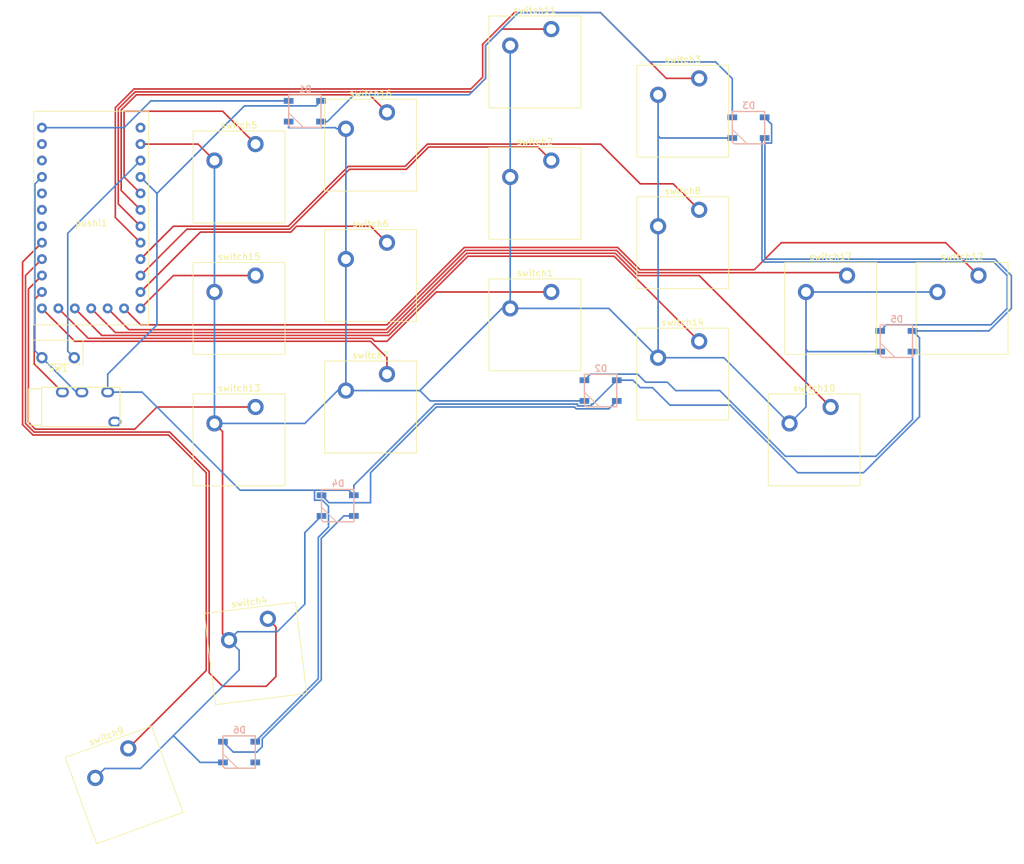
<source format=kicad_pcb>
(kicad_pcb (version 20211014) (generator pcbnew)
  (layers (0 "F.Cu" signal) (31 "B.Cu" signal) (34 "B.Paste" user) (35 "F.Paste" user) (36 "B.SilkS" user "B.Silkscreen") (37 "F.SilkS" user "F.Silkscreen") (38 "B.Mask" user) (39 "F.Mask" user) (44 "Edge.Cuts" user))
  (net 0 "")
  (net 1 "VCC")
  (net 2 "Net-(D1-Pad2)")
  (net 3 "GND")
  (net 4 "LED")
  (net 5 "Net-(D2-Pad2)")
  (net 6 "Net-(D2-Pad4)")
  (net 7 "Net-(D3-Pad2)")
  (net 8 "RESET")
  (net 10 "DATA")
  (net 12 "D1")
  (net 13 "E6")
  (net 14 "B6")
  (net 15 "B2")
  (net 16 "B3")
  (net 17 "B1")
  (net 18 "F7")
  (net 19 "F6")
  (net 20 "F5")
  (net 21 "F4")
  (net 22 "C7")
  (net 23 "F1")
  (net 24 "F0")
  (net 25 "Net-(D4-Pad2)")
  (net 28 "D5")
  (net 29 "GND1")
  (net 31 "B7")
  (net 32 "B5")
  (net 33 "D7")
  (net 35 "C5")
  (footprint "Switch_Keyboard_Cherry_MX:SW_Cherry_MX_PCB_1.00u" (layer "F.Cu") (at 200.66 86.36)
    (fp_text reference "switch17" (at 0 -8) (layer "F.SilkS"))
    (fp_text value "cherry switch")
    (pad "" np_thru_hole circle locked (at -5.08 0) (size 1.75 1.75) (drill 1.75) (layers *.Cu *.Mask))
    (pad "" np_thru_hole circle locked (at 0 0) (size 4 4) (drill 4) (layers *.Cu *.Mask))
    (pad "" np_thru_hole circle locked (at 5.08 0) (size 1.75 1.75) (drill 1.75) (layers *.Cu *.Mask))
    (pad "1" thru_hole circle locked (at -3.81 -2.54) (size 2.5 2.5) (drill 1.5) (layers *.Cu "B.Mask") (net 3 "GND"))
    (pad "2" thru_hole circle locked (at 2.54 -5.08) (size 2.5 2.5) (drill 1.5) (layers *.Cu "B.Mask") (net 23 "F1"))
  )
  (footprint "Switch_Keyboard_Cherry_MX:SW_Cherry_MX_PCB_1.00u" (layer "F.Cu") (at 154.94 68.58)
    (fp_text reference "switch2" (at 0 -8) (layer "F.SilkS"))
    (fp_text value "cherry switch")
    (pad "" np_thru_hole circle locked (at 5.08 0) (size 1.75 1.75) (drill 1.75) (layers *.Cu *.Mask))
    (pad "" np_thru_hole circle locked (at -5.08 0) (size 1.75 1.75) (drill 1.75) (layers *.Cu *.Mask))
    (pad "" np_thru_hole circle locked (at 0 0) (size 4 4) (drill 4) (layers *.Cu *.Mask))
    (pad "1" thru_hole circle locked (at -3.81 -2.54) (size 2.5 2.5) (drill 1.5) (layers *.Cu "B.Mask") (net 3 "GND"))
    (pad "2" thru_hole circle locked (at 2.54 -5.08) (size 2.5 2.5) (drill 1.5) (layers *.Cu "B.Mask") (net 16 "B3"))
  )
  (footprint "Switch_Keyboard_Cherry_MX:SW_Cherry_MX_PCB_1.00u" (layer "F.Cu") (at 177.8 96.52)
    (fp_text reference "switch14" (at 0 -8) (layer "F.SilkS"))
    (fp_text value "cherry switch")
    (pad "" np_thru_hole circle locked (at 5.08 0) (size 1.75 1.75) (drill 1.75) (layers *.Cu *.Mask))
    (pad "" np_thru_hole circle locked (at -5.08 0) (size 1.75 1.75) (drill 1.75) (layers *.Cu *.Mask))
    (pad "" np_thru_hole circle locked (at 0 0) (size 4 4) (drill 4) (layers *.Cu *.Mask))
    (pad "1" thru_hole circle locked (at -3.81 -2.54) (size 2.5 2.5) (drill 1.5) (layers *.Cu "B.Mask") (net 3 "GND"))
    (pad "2" thru_hole circle locked (at 2.54 -5.08) (size 2.5 2.5) (drill 1.5) (layers *.Cu "B.Mask") (net 28 "D5"))
  )
  (footprint "Switch_Keyboard_Cherry_MX:SW_Cherry_MX_PCB_1.00u" (layer "F.Cu") (at 198.12 106.68)
    (fp_text reference "switch10" (at 0 -8) (layer "F.SilkS"))
    (fp_text value "cherry switch")
    (pad "" np_thru_hole circle locked (at 0 0) (size 4 4) (drill 4) (layers *.Cu *.Mask))
    (pad "" np_thru_hole circle locked (at 5.08 0) (size 1.75 1.75) (drill 1.75) (layers *.Cu *.Mask))
    (pad "" np_thru_hole circle locked (at -5.08 0) (size 1.75 1.75) (drill 1.75) (layers *.Cu *.Mask))
    (pad "1" thru_hole circle locked (at -3.81 -2.54) (size 2.5 2.5) (drill 1.5) (layers *.Cu "B.Mask") (net 3 "GND"))
    (pad "2" thru_hole circle locked (at 2.54 -5.08) (size 2.5 2.5) (drill 1.5) (layers *.Cu "B.Mask") (net 22 "C7"))
  )
  (footprint "Switch_Keyboard_Cherry_MX:SW_Cherry_MX_PCB_1.00u" (layer "F.Cu") (at 129.54 101.6)
    (fp_text reference "switch7" (at 0 -8) (layer "F.SilkS"))
    (fp_text value "cherry switch")
    (pad "" np_thru_hole circle locked (at 0 0) (size 4 4) (drill 4) (layers *.Cu *.Mask))
    (pad "" np_thru_hole circle locked (at -5.08 0) (size 1.75 1.75) (drill 1.75) (layers *.Cu *.Mask))
    (pad "" np_thru_hole circle locked (at 5.08 0) (size 1.75 1.75) (drill 1.75) (layers *.Cu *.Mask))
    (pad "1" thru_hole circle locked (at -3.81 -2.54) (size 2.5 2.5) (drill 1.5) (layers *.Cu "B.Mask") (net 3 "GND"))
    (pad "2" thru_hole circle locked (at 2.54 -5.08) (size 2.5 2.5) (drill 1.5) (layers *.Cu "B.Mask") (net 32 "B5"))
  )
  (footprint "Switch_Keyboard_Cherry_MX:SW_Cherry_MX_PCB_1.00u" (layer "F.Cu") (at 154.94 48.26)
    (fp_text reference "switch11" (at 0 -8) (layer "F.SilkS"))
    (fp_text value "cherry switch")
    (pad "" np_thru_hole circle locked (at 0 0) (size 4 4) (drill 4) (layers *.Cu *.Mask))
    (pad "" np_thru_hole circle locked (at 5.08 0) (size 1.75 1.75) (drill 1.75) (layers *.Cu *.Mask))
    (pad "" np_thru_hole circle locked (at -5.08 0) (size 1.75 1.75) (drill 1.75) (layers *.Cu *.Mask))
    (pad "1" thru_hole circle locked (at -3.81 -2.54) (size 2.5 2.5) (drill 1.5) (layers *.Cu "B.Mask") (net 3 "GND"))
    (pad "2" thru_hole circle locked (at 2.54 -5.08) (size 2.5 2.5) (drill 1.5) (layers *.Cu "B.Mask") (net 19 "F6"))
  )
  (footprint "Keebio-Parts:TRRS-PJ-320A" (layer "F.Cu") (at 78.7075 101.6 90)
    (fp_text reference "J1")
    (fp_text value "AudioJack4")
    (pad "" np_thru_hole circle locked (at 0 1.6 90) (size 0.8 0.8) (drill 0.8) (layers *.Cu *.Mask))
    (pad "" np_thru_hole circle locked (at 0 8.6 90) (size 0.8 0.8) (drill 0.8) (layers *.Cu *.Mask))
    (pad "1" thru_hole oval locked (at -2.3 11.3 90) (size 1.6 2) (drill oval 0.9 1.3) (layers *.Cu *.Mask))
    (pad "2" thru_hole oval locked (at 2.3 10.2 90) (size 1.6 2) (drill oval 0.9 1.3) (layers *.Cu *.Mask) (net 1 "VCC"))
    (pad "3" thru_hole oval locked (at 2.3 6.2 90) (size 1.6 2) (drill oval 0.9 1.3) (layers *.Cu *.Mask) (net 29 "GND1"))
    (pad "4" thru_hole oval locked (at 2.3 3.2 90) (size 1.6 2) (drill oval 0.9 1.3) (layers *.Cu *.Mask) (net 10 "DATA"))
  )
  (footprint "Switch_Keyboard_Cherry_MX:SW_Cherry_MX_PCB_1.00u" (layer "F.Cu") (at 177.8 55.88)
    (fp_text reference "switch3" (at 0 -8) (layer "F.SilkS"))
    (fp_text value "cherry switch")
    (pad "" np_thru_hole circle locked (at -5.08 0) (size 1.75 1.75) (drill 1.75) (layers *.Cu *.Mask))
    (pad "" np_thru_hole circle locked (at 5.08 0) (size 1.75 1.75) (drill 1.75) (layers *.Cu *.Mask))
    (pad "" np_thru_hole circle locked (at 0 0) (size 4 4) (drill 4) (layers *.Cu *.Mask))
    (pad "1" thru_hole circle locked (at -3.81 -2.54) (size 2.5 2.5) (drill 1.5) (layers *.Cu "B.Mask") (net 3 "GND"))
    (pad "2" thru_hole circle locked (at 2.54 -5.08) (size 2.5 2.5) (drill 1.5) (layers *.Cu "B.Mask") (net 18 "F7"))
  )
  (footprint "Switch_Keyboard_Cherry_MX:SW_Cherry_MX_PCB_1.00u" (layer "F.Cu") (at 154.94 88.9)
    (fp_text reference "switch1" (at 0 -8) (layer "F.SilkS"))
    (fp_text value "cherry switch")
    (pad "" np_thru_hole circle locked (at -5.08 0) (size 1.75 1.75) (drill 1.75) (layers *.Cu *.Mask))
    (pad "" np_thru_hole circle locked (at 5.08 0) (size 1.75 1.75) (drill 1.75) (layers *.Cu *.Mask))
    (pad "" np_thru_hole circle locked (at 0 0) (size 4 4) (drill 4) (layers *.Cu *.Mask))
    (pad "1" thru_hole circle locked (at -3.81 -2.54) (size 2.5 2.5) (drill 1.5) (layers *.Cu "B.Mask") (net 3 "GND"))
    (pad "2" thru_hole circle locked (at 2.54 -5.08) (size 2.5 2.5) (drill 1.5) (layers *.Cu "B.Mask") (net 31 "B7"))
  )
  (footprint "Switch_Keyboard_Cherry_MX:SW_Cherry_MX_PCB_1.00u" (layer "F.Cu") (at 109.22 86.36)
    (fp_text reference "switch15" (at 0 -8) (layer "F.SilkS"))
    (fp_text value "cherry switch")
    (pad "" np_thru_hole circle locked (at -5.08 0) (size 1.75 1.75) (drill 1.75) (layers *.Cu *.Mask))
    (pad "" np_thru_hole circle locked (at 0 0) (size 4 4) (drill 4) (layers *.Cu *.Mask))
    (pad "" np_thru_hole circle locked (at 5.08 0) (size 1.75 1.75) (drill 1.75) (layers *.Cu *.Mask))
    (pad "1" thru_hole circle locked (at -3.81 -2.54) (size 2.5 2.5) (drill 1.5) (layers *.Cu "B.Mask") (net 3 "GND"))
    (pad "2" thru_hole circle locked (at 2.54 -5.08) (size 2.5 2.5) (drill 1.5) (layers *.Cu "B.Mask") (net 14 "B6"))
  )
  (footprint "Switch_Keyboard_Cherry_MX:SW_Cherry_MX_PCB_1.00u" (layer "F.Cu") (at 177.8 76.2)
    (fp_text reference "switch8" (at 0 -8) (layer "F.SilkS"))
    (fp_text value "cherry switch")
    (pad "" np_thru_hole circle locked (at 5.08 0) (size 1.75 1.75) (drill 1.75) (layers *.Cu *.Mask))
    (pad "" np_thru_hole circle locked (at -5.08 0) (size 1.75 1.75) (drill 1.75) (layers *.Cu *.Mask))
    (pad "" np_thru_hole circle locked (at 0 0) (size 4 4) (drill 4) (layers *.Cu *.Mask))
    (pad "1" thru_hole circle locked (at -3.81 -2.54) (size 2.5 2.5) (drill 1.5) (layers *.Cu "B.Mask") (net 3 "GND"))
    (pad "2" thru_hole circle locked (at 2.54 -5.08) (size 2.5 2.5) (drill 1.5) (layers *.Cu "B.Mask") (net 17 "B1"))
  )
  (footprint "Switch_Keyboard_Cherry_MX:SW_Cherry_MX_PCB_1.00u" (layer "F.Cu") (at 109.22 66.04)
    (fp_text reference "switch5" (at 0 -8) (layer "F.SilkS"))
    (fp_text value "cherry switch")
    (pad "" np_thru_hole circle locked (at 0 0) (size 4 4) (drill 4) (layers *.Cu *.Mask))
    (pad "" np_thru_hole circle locked (at 5.08 0) (size 1.75 1.75) (drill 1.75) (layers *.Cu *.Mask))
    (pad "" np_thru_hole circle locked (at -5.08 0) (size 1.75 1.75) (drill 1.75) (layers *.Cu *.Mask))
    (pad "1" thru_hole circle locked (at -3.81 -2.54) (size 2.5 2.5) (drill 1.5) (layers *.Cu "B.Mask") (net 3 "GND"))
    (pad "2" thru_hole circle locked (at 2.54 -5.08) (size 2.5 2.5) (drill 1.5) (layers *.Cu "B.Mask") (net 21 "F4"))
  )
  (footprint "Keebio-Parts:SW_Tactile_SPST_Angled_MJTP1117-no-mount" (layer "F.Cu") (at 78.74 93.98)
    (fp_text reference "SW1" (at 2.5 1.68) (layer "F.SilkS"))
    (fp_text value "SW_Push")
    (pad "" np_thru_hole circle locked (at 2.5 -1.21) (size 1.2 1.2) (drill 1.2) (layers *.Cu *.Mask))
    (pad "1" thru_hole circle locked (at 0 0) (size 1.75 1.75) (drill 0.99) (layers *.Cu *.Mask) (net 29 "GND1"))
    (pad "2" thru_hole circle locked (at 5 0) (size 1.75 1.75) (drill 0.99) (layers *.Cu *.Mask) (net 8 "RESET"))
  )
  (footprint "Switch_Keyboard_Cherry_MX:SW_Cherry_MX_PCB_1.00u" (layer "F.Cu") (at 220.98 86.36)
    (fp_text reference "switch12" (at 0 -8) (layer "F.SilkS"))
    (fp_text value "cherry switch")
    (pad "" np_thru_hole circle locked (at 0 0) (size 4 4) (drill 4) (layers *.Cu *.Mask))
    (pad "" np_thru_hole circle locked (at -5.08 0) (size 1.75 1.75) (drill 1.75) (layers *.Cu *.Mask))
    (pad "" np_thru_hole circle locked (at 5.08 0) (size 1.75 1.75) (drill 1.75) (layers *.Cu *.Mask))
    (pad "1" thru_hole circle locked (at -3.81 -2.54) (size 2.5 2.5) (drill 1.5) (layers *.Cu "B.Mask") (net 3 "GND"))
    (pad "2" thru_hole circle locked (at 2.54 -5.08) (size 2.5 2.5) (drill 1.5) (layers *.Cu "B.Mask") (net 24 "F0"))
  )
  (footprint "Switch_Keyboard_Cherry_MX:SW_Cherry_MX_PCB_1.00u" (layer "F.Cu") (at 129.54 61.13)
    (fp_text reference "switch16" (at 0 -8) (layer "F.SilkS"))
    (fp_text value "cherry switch")
    (pad "" np_thru_hole circle locked (at 0 0) (size 4 4) (drill 4) (layers *.Cu *.Mask))
    (pad "" np_thru_hole circle locked (at -5.08 0) (size 1.75 1.75) (drill 1.75) (layers *.Cu *.Mask))
    (pad "" np_thru_hole circle locked (at 5.08 0) (size 1.75 1.75) (drill 1.75) (layers *.Cu *.Mask))
    (pad "1" thru_hole circle locked (at -3.81 -2.54) (size 2.5 2.5) (drill 1.5) (layers *.Cu "B.Mask") (net 3 "GND"))
    (pad "2" thru_hole circle locked (at 2.54 -5.08) (size 2.5 2.5) (drill 1.5) (layers *.Cu "B.Mask") (net 20 "F5"))
  )
  (footprint "Switch_Keyboard_Cherry_MX:SW_Cherry_MX_PCB_1.00u" (layer "F.Cu") (at 129.54 81.28)
    (fp_text reference "switch6" (at 0 -8) (layer "F.SilkS"))
    (fp_text value "cherry switch")
    (pad "" np_thru_hole circle locked (at 0 0) (size 4 4) (drill 4) (layers *.Cu *.Mask))
    (pad "" np_thru_hole circle locked (at 5.08 0) (size 1.75 1.75) (drill 1.75) (layers *.Cu *.Mask))
    (pad "" np_thru_hole circle locked (at -5.08 0) (size 1.75 1.75) (drill 1.75) (layers *.Cu *.Mask))
    (pad "1" thru_hole circle locked (at -3.81 -2.54) (size 2.5 2.5) (drill 1.5) (layers *.Cu "B.Mask") (net 3 "GND"))
    (pad "2" thru_hole circle locked (at 2.54 -5.08) (size 2.5 2.5) (drill 1.5) (layers *.Cu "B.Mask") (net 15 "B2"))
  )
  (footprint "yeti:pushi-c" (layer "F.Cu") (at 86.36 73.66)
    (fp_text reference "pushi1" (at 0 -0.5 unlocked) (layer "F.SilkS"))
    (fp_text value "pushi-c")
    (pad "1" thru_hole circle (at 7.62 -15.24) (size 1.524 1.524) (drill 0.762) (layers *.Cu *.Mask))
    (pad "2" thru_hole circle (at 7.62 -12.7) (size 1.524 1.524) (drill 0.762) (layers *.Cu *.Mask) (net 3 "GND"))
    (pad "3" thru_hole circle (at 7.62 -10.16) (size 1.524 1.524) (drill 0.762) (layers *.Cu *.Mask) (net 8 "RESET"))
    (pad "4" thru_hole circle (at 7.62 -7.62) (size 1.524 1.524) (drill 0.762) (layers *.Cu *.Mask) (net 1 "VCC"))
    (pad "5" thru_hole circle (at 7.62 -5.08) (size 1.524 1.524) (drill 0.762) (layers *.Cu *.Mask) (net 21 "F4"))
    (pad "6" thru_hole circle (at 7.62 -2.54) (size 1.524 1.524) (drill 0.762) (layers *.Cu *.Mask) (net 20 "F5"))
    (pad "7" thru_hole circle (at 7.62 0) (size 1.524 1.524) (drill 0.762) (layers *.Cu *.Mask) (net 19 "F6"))
    (pad "8" thru_hole circle (at 7.62 2.54) (size 1.524 1.524) (drill 0.762) (layers *.Cu *.Mask) (net 18 "F7"))
    (pad "9" thru_hole circle (at 7.62 5.08) (size 1.524 1.524) (drill 0.762) (layers *.Cu *.Mask) (net 17 "B1"))
    (pad "10" thru_hole circle (at 7.62 7.62) (size 1.524 1.524) (drill 0.762) (layers *.Cu *.Mask) (net 16 "B3"))
    (pad "11" thru_hole circle (at 7.62 10.16) (size 1.524 1.524) (drill 0.762) (layers *.Cu *.Mask) (net 15 "B2"))
    (pad "12" thru_hole circle (at 7.62 12.7) (size 1.524 1.524) (drill 0.762) (layers *.Cu *.Mask) (net 14 "B6"))
    (pad "13" thru_hole circle (at 5.08 12.7) (size 1.524 1.524) (drill 0.762) (layers *.Cu *.Mask) (net 24 "F0"))
    (pad "14" thru_hole circle (at 2.54 12.7) (size 1.524 1.524) (drill 0.762) (layers *.Cu *.Mask) (net 23 "F1"))
    (pad "15" thru_hole circle (at 0 12.7) (size 1.524 1.524) (drill 0.762) (layers *.Cu *.Mask) (net 22 "C7"))
    (pad "16" thru_hole circle (at -2.54 12.7) (size 1.524 1.524) (drill 0.762) (layers *.Cu *.Mask) (net 28 "D5"))
    (pad "17" thru_hole circle (at -5.08 12.7) (size 1.524 1.524) (drill 0.762) (layers *.Cu *.Mask) (net 31 "B7"))
    (pad "18" thru_hole circle (at -7.62 12.7) (size 1.524 1.524) (drill 0.762) (layers *.Cu *.Mask) (net 32 "B5"))
    (pad "19" thru_hole circle (at -7.62 10.16) (size 1.524 1.524) (drill 0.762) (layers *.Cu *.Mask) (net 10 "DATA"))
    (pad "20" thru_hole circle (at -7.62 7.62) (size 1.524 1.524) (drill 0.762) (layers *.Cu *.Mask) (net 13 "E6"))
    (pad "21" thru_hole circle (at -7.62 5.08) (size 1.524 1.524) (drill 0.762) (layers *.Cu *.Mask) (net 33 "D7"))
    (pad "22" thru_hole circle (at -7.62 2.54) (size 1.524 1.524) (drill 0.762) (layers *.Cu *.Mask) (net 35 "C5"))
    (pad "23" thru_hole circle (at -7.62 0) (size 1.524 1.524) (drill 0.762) (layers *.Cu *.Mask))
    (pad "24" thru_hole circle (at -7.62 -2.54) (size 1.524 1.524) (drill 0.762) (layers *.Cu *.Mask))
    (pad "25" thru_hole circle (at -7.62 -5.08) (size 1.524 1.524) (drill 0.762) (layers *.Cu *.Mask) (net 12 "D1"))
    (pad "26" thru_hole circle (at -7.62 -7.62) (size 1.524 1.524) (drill 0.762) (layers *.Cu *.Mask) (net 29 "GND1"))
    (pad "27" thru_hole circle (at -7.62 -10.16) (size 1.524 1.524) (drill 0.762) (layers *.Cu *.Mask))
    (pad "28" thru_hole circle (at -7.62 -12.7) (size 1.524 1.524) (drill 0.762) (layers *.Cu *.Mask))
    (pad "29" thru_hole circle (at -7.62 -15.24) (size 1.524 1.524) (drill 0.762) (layers *.Cu *.Mask) (net 4 "LED"))
  )
  (footprint "Switch_Keyboard_Cherry_MX:SW_Cherry_MX_PCB_1.00u" (layer "F.Cu") (at 91.44 160.02 20)
    (fp_text reference "switch9" (at 0 -8 20) (layer "F.SilkS"))
    (fp_text value "cherry switch")
    (pad "" np_thru_hole circle locked (at 0 0 20) (size 4 4) (drill 4) (layers *.Cu *.Mask))
    (pad "" np_thru_hole circle locked (at -5.08 0 20) (size 1.75 1.75) (drill 1.75) (layers *.Cu *.Mask))
    (pad "" np_thru_hole circle locked (at 5.08 0 20) (size 1.75 1.75) (drill 1.75) (layers *.Cu *.Mask))
    (pad "1" thru_hole circle locked (at -3.81 -2.54 20) (size 2.5 2.5) (drill 1.5) (layers *.Cu "B.Mask") (net 3 "GND"))
    (pad "2" thru_hole circle locked (at 2.54 -5.08 20) (size 2.5 2.5) (drill 1.5) (layers *.Cu "B.Mask") (net 35 "C5"))
  )
  (footprint "Switch_Keyboard_Cherry_MX:SW_Cherry_MX_PCB_1.00u" (layer "F.Cu") (at 111.76 139.7 7)
    (fp_text reference "switch4" (at 0 -8 7) (layer "F.SilkS"))
    (fp_text value "cherry switch")
    (pad "" np_thru_hole circle locked (at 0 0 7) (size 4 4) (drill 4) (layers *.Cu *.Mask))
    (pad "" np_thru_hole circle locked (at 5.08 0 7) (size 1.75 1.75) (drill 1.75) (layers *.Cu *.Mask))
    (pad "" np_thru_hole circle locked (at -5.08 0 7) (size 1.75 1.75) (drill 1.75) (layers *.Cu *.Mask))
    (pad "1" thru_hole circle locked (at -3.81 -2.54 7) (size 2.5 2.5) (drill 1.5) (layers *.Cu "B.Mask") (net 3 "GND"))
    (pad "2" thru_hole circle locked (at 2.54 -5.08 7) (size 2.5 2.5) (drill 1.5) (layers *.Cu "B.Mask") (net 33 "D7"))
  )
  (footprint "Switch_Keyboard_Cherry_MX:SW_Cherry_MX_PCB_1.00u" (layer "F.Cu") (at 109.22 106.68)
    (fp_text reference "switch13" (at 0 -8) (layer "F.SilkS"))
    (fp_text value "cherry switch")
    (pad "" np_thru_hole circle locked (at -5.08 0) (size 1.75 1.75) (drill 1.75) (layers *.Cu *.Mask))
    (pad "" np_thru_hole circle locked (at 0 0) (size 4 4) (drill 4) (layers *.Cu *.Mask))
    (pad "" np_thru_hole circle locked (at 5.08 0) (size 1.75 1.75) (drill 1.75) (layers *.Cu *.Mask))
    (pad "1" thru_hole circle locked (at -3.81 -2.54) (size 2.5 2.5) (drill 1.5) (layers *.Cu "B.Mask") (net 3 "GND"))
    (pad "2" thru_hole circle locked (at 2.54 -5.08) (size 2.5 2.5) (drill 1.5) (layers *.Cu "B.Mask") (net 13 "E6"))
  )
  (footprint "Keebio-Parts:WS2812B" (layer "B.Cu") (at 187.96 58.42 180)
    (fp_text reference "D3" (at -0.06 3.41) (layer "B.SilkS") (effects (font (thickness 0.2)) (justify mirror)))
    (fp_text value "WS2812B" hide)
    (pad "1" smd rect locked (at -2.49936 1.6002 90) (size 0.89916 1.50114) (layers "B.Cu" "B.Paste" "B.Mask") (net 1 "VCC"))
    (pad "2" smd rect locked (at -2.49936 -1.6002 90) (size 0.89916 1.50114) (layers "B.Cu" "B.Paste" "B.Mask") (net 7 "Net-(D3-Pad2)"))
    (pad "3" smd rect locked (at 2.49936 -1.6002 90) (size 0.89916 1.50114) (layers "B.Cu" "B.Paste" "B.Mask") (net 3 "GND"))
    (pad "4" smd rect locked (at 2.49936 1.6002 90) (size 0.89916 1.50114) (layers "B.Cu" "B.Paste" "B.Mask") (net 2 "Net-(D1-Pad2)"))
  )
  (footprint "Keebio-Parts:WS2812B" (layer "B.Cu") (at 124.46 116.84 180)
    (fp_text reference "D4" (at -0.06 3.41) (layer "B.SilkS") (effects (font (thickness 0.2)) (justify mirror)))
    (fp_text value "WS2812B" hide)
    (pad "1" smd rect locked (at -2.49936 1.6002 90) (size 0.89916 1.50114) (layers "B.Cu" "B.Paste" "B.Mask") (net 1 "VCC"))
    (pad "2" smd rect locked (at -2.49936 -1.6002 90) (size 0.89916 1.50114) (layers "B.Cu" "B.Paste" "B.Mask") (net 25 "Net-(D4-Pad2)"))
    (pad "3" smd rect locked (at 2.49936 -1.6002 90) (size 0.89916 1.50114) (layers "B.Cu" "B.Paste" "B.Mask") (net 3 "GND"))
    (pad "4" smd rect locked (at 2.49936 1.6002 90) (size 0.89916 1.50114) (layers "B.Cu" "B.Paste" "B.Mask") (net 5 "Net-(D2-Pad2)"))
  )
  (footprint "Keebio-Parts:WS2812B" (layer "B.Cu") (at 165.1 99.06 180)
    (fp_text reference "D2" (at -0.06 3.41) (layer "B.SilkS") (effects (font (thickness 0.2)) (justify mirror)))
    (fp_text value "WS2812B" hide)
    (pad "1" smd rect locked (at -2.49936 1.6002 90) (size 0.89916 1.50114) (layers "B.Cu" "B.Paste" "B.Mask") (net 1 "VCC"))
    (pad "2" smd rect locked (at -2.49936 -1.6002 90) (size 0.89916 1.50114) (layers "B.Cu" "B.Paste" "B.Mask") (net 5 "Net-(D2-Pad2)"))
    (pad "3" smd rect locked (at 2.49936 -1.6002 90) (size 0.89916 1.50114) (layers "B.Cu" "B.Paste" "B.Mask") (net 3 "GND"))
    (pad "4" smd rect locked (at 2.49936 1.6002 90) (size 0.89916 1.50114) (layers "B.Cu" "B.Paste" "B.Mask") (net 6 "Net-(D2-Pad4)"))
  )
  (footprint "Keebio-Parts:WS2812B" (layer "B.Cu") (at 119.38 55.88 180)
    (fp_text reference "D1" (at -0.06 3.41) (layer "B.SilkS") (effects (font (thickness 0.2)) (justify mirror)))
    (fp_text value "WS2812B" hide)
    (pad "1" smd rect locked (at -2.49936 1.6002 90) (size 0.89916 1.50114) (layers "B.Cu" "B.Paste" "B.Mask") (net 1 "VCC"))
    (pad "2" smd rect locked (at -2.49936 -1.6002 90) (size 0.89916 1.50114) (layers "B.Cu" "B.Paste" "B.Mask") (net 2 "Net-(D1-Pad2)"))
    (pad "3" smd rect locked (at 2.49936 -1.6002 90) (size 0.89916 1.50114) (layers "B.Cu" "B.Paste" "B.Mask") (net 3 "GND"))
    (pad "4" smd rect locked (at 2.49936 1.6002 90) (size 0.89916 1.50114) (layers "B.Cu" "B.Paste" "B.Mask") (net 4 "LED"))
  )
  (footprint "Keebio-Parts:WS2812B" (layer "B.Cu") (at 210.82 91.44 180)
    (fp_text reference "D5" (at -0.06 3.41) (layer "B.SilkS") (effects (font (thickness 0.2)) (justify mirror)))
    (fp_text value "WS2812B" hide)
    (pad "1" smd rect locked (at -2.49936 1.6002 90) (size 0.89916 1.50114) (layers "B.Cu" "B.Paste" "B.Mask") (net 1 "VCC"))
    (pad "2" smd rect locked (at -2.49936 -1.6002 90) (size 0.89916 1.50114) (layers "B.Cu" "B.Paste" "B.Mask") (net 6 "Net-(D2-Pad4)"))
    (pad "3" smd rect locked (at 2.49936 -1.6002 90) (size 0.89916 1.50114) (layers "B.Cu" "B.Paste" "B.Mask") (net 3 "GND"))
    (pad "4" smd rect locked (at 2.49936 1.6002 90) (size 0.89916 1.50114) (layers "B.Cu" "B.Paste" "B.Mask") (net 7 "Net-(D3-Pad2)"))
  )
  (footprint "Keebio-Parts:WS2812B" (layer "B.Cu") (at 109.22 154.94 180)
    (fp_text reference "D6" (at -0.06 3.41) (layer "B.SilkS") (effects (font (thickness 0.2)) (justify mirror)))
    (fp_text value "WS2812B" hide)
    (pad "1" smd rect locked (at -2.49936 1.6002 90) (size 0.89916 1.50114) (layers "B.Cu" "B.Paste" "B.Mask") (net 1 "VCC"))
    (pad "2" smd rect locked (at -2.49936 -1.6002 90) (size 0.89916 1.50114) (layers "B.Cu" "B.Paste" "B.Mask"))
    (pad "3" smd rect locked (at 2.49936 -1.6002 90) (size 0.89916 1.50114) (layers "B.Cu" "B.Paste" "B.Mask") (net 3 "GND"))
    (pad "4" smd rect locked (at 2.49936 1.6002 90) (size 0.89916 1.50114) (layers "B.Cu" "B.Paste" "B.Mask") (net 25 "Net-(D4-Pad2)"))
  )
  (segment (start 126.95936 115.2398) (end 126.18478 114.46522) (width 0.25) (layer "B.Cu") (net 1))
  (segment (start 120.88507 116.01438) (end 122.098824 116.01438) (width 0.25) (layer "B.Cu") (net 1))
  (segment (start 96.52 68.58) (end 110.04562 55.05438) (width 0.25) (layer "B.Cu") (net 1))
  (segment (start 225.1202 89.8398) (end 228.6 86.36) (width 0.25) (layer "B.Cu") (net 1))
  (segment (start 170.108976 97.4598) (end 171.254789 98.605613) (width 0.25) (layer "B.Cu") (net 1))
  (segment (start 228.6 86.36) (end 228.6 81.28) (width 0.25) (layer "B.Cu") (net 1))
  (segment (start 214.39493 103.10507) (end 214.39493 90.91537) (width 0.25) (layer "B.Cu") (net 1))
  (segment (start 139.513811 101.150499) (end 161.52507 101.150499) (width 0.25) (layer "B.Cu") (net 1))
  (segment (start 167.59936 97.4598) (end 170.108976 97.4598) (width 0.25) (layer "B.Cu") (net 1))
  (segment (start 96.52 68.58) (end 96.52 88.9) (width 0.25) (layer "B.Cu") (net 1))
  (segment (start 123.03621 116.951766) (end 123.03621 120.1681) (width 0.25) (layer "B.Cu") (net 1))
  (segment (start 213.31936 89.8398) (end 225.1202 89.8398) (width 0.25) (layer "B.Cu") (net 1))
  (segment (start 163.67621 101.150499) (end 163.908661 101.150499) (width 0.25) (layer "B.Cu") (net 1))
  (segment (start 175.817586 101.312016) (end 185.132016 101.312016) (width 0.25) (layer "B.Cu") (net 1))
  (segment (start 121.470499 143.588661) (end 111.71936 153.3398) (width 0.25) (layer "B.Cu") (net 1))
  (segment (start 195.58 111.76) (end 205.74 111.76) (width 0.25) (layer "B.Cu") (net 1))
  (segment (start 121.470499 121.733811) (end 121.470499 143.588661) (width 0.25) (layer "B.Cu") (net 1))
  (segment (start 123.03621 120.1681) (end 121.470499 121.733811) (width 0.25) (layer "B.Cu") (net 1))
  (segment (start 173.111183 98.605613) (end 175.817586 101.312016) (width 0.25) (layer "B.Cu") (net 1))
  (segment (start 191.53493 57.89537) (end 190.45936 56.8198) (width 0.25) (layer "B.Cu") (net 1))
  (segment (start 88.9075 99.3) (end 94.22 99.3) (width 0.25) (layer "B.Cu") (net 1))
  (segment (start 121.10478 55.05438) (end 121.87936 54.2798) (width 0.25) (layer "B.Cu") (net 1))
  (segment (start 122.098824 116.01438) (end 123.03621 116.951766) (width 0.25) (layer "B.Cu") (net 1))
  (segment (start 185.132016 101.312016) (end 195.58 111.76) (width 0.25) (layer "B.Cu") (net 1))
  (segment (start 163.908661 101.150499) (end 167.59936 97.4598) (width 0.25) (layer "B.Cu") (net 1))
  (segment (start 190.5 60.79478) (end 191.53493 60.79478) (width 0.25) (layer "B.Cu") (net 1))
  (segment (start 161.52507 101.150499) (end 161.52507 101.43478) (width 0.25) (layer "B.Cu") (net 1))
  (segment (start 94.22 99.3) (end 109.38522 114.46522) (width 0.25) (layer "B.Cu") (net 1))
  (segment (start 190.5 78.74) (end 190.5 60.79478) (width 0.25) (layer "B.Cu") (net 1))
  (segment (start 93.98 66.04) (end 96.52 68.58) (width 0.25) (layer "B.Cu") (net 1))
  (segment (start 88.9075 96.5125) (end 88.9075 99.3) (width 0.25) (layer "B.Cu") (net 1))
  (segment (start 191.53493 60.79478) (end 191.53493 57.89537) (width 0.25) (layer "B.Cu") (net 1))
  (segment (start 161.52507 101.43478) (end 163.67621 101.43478) (width 0.25) (layer "B.Cu") (net 1))
  (segment (start 205.74 111.76) (end 214.39493 103.10507) (width 0.25) (layer "B.Cu") (net 1))
  (segment (start 126.18478 114.46522) (end 120.88507 114.46522) (width 0.25) (layer "B.Cu") (net 1))
  (segment (start 126.95936 113.70495) (end 139.513811 101.150499) (width 0.25) (layer "B.Cu") (net 1))
  (segment (start 126.95936 115.2398) (end 126.95936 113.70495) (width 0.25) (layer "B.Cu") (net 1))
  (segment (start 214.39493 90.91537) (end 213.31936 89.8398) (width 0.25) (layer "B.Cu") (net 1))
  (segment (start 226.06 78.74) (end 190.5 78.74) (width 0.25) (layer "B.Cu") (net 1))
  (segment (start 228.6 81.28) (end 226.06 78.74) (width 0.25) (layer "B.Cu") (net 1))
  (segment (start 171.254789 98.605613) (end 173.111183 98.605613) (width 0.25) (layer "B.Cu") (net 1))
  (segment (start 120.88507 114.46522) (end 120.88507 116.01438) (width 0.25) (layer "B.Cu") (net 1))
  (segment (start 109.38522 114.46522) (end 120.88507 114.46522) (width 0.25) (layer "B.Cu") (net 1))
  (segment (start 96.52 88.9) (end 88.9075 96.5125) (width 0.25) (layer "B.Cu") (net 1))
  (segment (start 163.67621 101.43478) (end 163.67621 101.150499) (width 0.25) (layer "B.Cu") (net 1))
  (segment (start 110.04562 55.05438) (end 121.10478 55.05438) (width 0.25) (layer "B.Cu") (net 1))
  (segment (start 127 53.34) (end 144.78 53.34) (width 0.25) (layer "B.Cu") (net 2))
  (segment (start 144.78 53.34) (end 147.32 50.8) (width 0.25) (layer "B.Cu") (net 2))
  (segment (start 165.1 40.64) (end 172.72 48.26) (width 0.25) (layer "B.Cu") (net 2))
  (segment (start 172.72 48.26) (end 182.88 48.26) (width 0.25) (layer "B.Cu") (net 2))
  (segment (start 182.88 48.26) (end 185.46064 50.84064) (width 0.25) (layer "B.Cu") (net 2))
  (segment (start 185.46064 50.84064) (end 185.46064 56.8198) (width 0.25) (layer "B.Cu") (net 2))
  (segment (start 121.87936 57.4802) (end 122.8598 57.4802) (width 0.25) (layer "B.Cu") (net 2))
  (segment (start 147.32 50.8) (end 147.32 45.72) (width 0.25) (layer "B.Cu") (net 2))
  (segment (start 122.8598 57.4802) (end 127 53.34) (width 0.25) (layer "B.Cu") (net 2))
  (segment (start 147.32 45.72) (end 152.4 40.64) (width 0.25) (layer "B.Cu") (net 2))
  (segment (start 152.4 40.64) (end 165.1 40.64) (width 0.25) (layer "B.Cu") (net 2))
  (segment (start 124.46 99.06) (end 125.73 99.06) (width 0.25) (layer "F.Cu") (net 3))
  (segment (start 102.87 60.96) (end 105.41 63.5) (width 0.25) (layer "F.Cu") (net 3))
  (segment (start 93.98 60.96) (end 102.87 60.96) (width 0.25) (layer "F.Cu") (net 3))
  (segment (start 105.41 104.14) (end 106.659999 105.389999) (width 0.25) (layer "F.Cu") (net 3))
  (segment (start 106.659999 105.389999) (end 106.659999 136.634403) (width 0.25) (layer "F.Cu") (net 3))
  (segment (start 107.668851 137.643255) (end 108.152106 137.16) (width 0.25) (layer "F.Cu") (net 3))
  (segment (start 106.659999 136.634403) (end 107.668851 137.643255) (width 0.25) (layer "F.Cu") (net 3))
  (segment (start 197.1802 93.0402) (end 208.32064 93.0402) (width 0.25) (layer "B.Cu") (net 3))
  (segment (start 124.29 58.59) (end 125.73 58.59) (width 0.25) (layer "B.Cu") (net 3))
  (segment (start 174.3202 60.0202) (end 173.99 59.69) (width 0.25) (layer "B.Cu") (net 3))
  (segment (start 116.88064 58.37936) (end 116.84 58.42) (width 0.25) (layer "B.Cu") (net 3))
  (segment (start 196.85 92.71) (end 196.85 83.82) (width 0.25) (layer "B.Cu") (net 3))
  (segment (start 151.13 66.04) (end 151.13 86.36) (width 0.25) (layer "B.Cu") (net 3))
  (segment (start 137.16 99.06) (end 147.32 88.9) (width 0.25) (layer "B.Cu") (net 3))
  (segment (start 105.41 63.5) (end 105.41 83.82) (width 0.25) (layer "B.Cu") (net 3))
  (segment (start 125.73 99.06) (end 137.16 99.06) (width 0.25) (layer "B.Cu") (net 3))
  (segment (start 151.13 86.36) (end 166.37 86.36) (width 0.25) (layer "B.Cu") (net 3))
  (segment (start 196.85 83.82) (end 217.17 83.82) (width 0.25) (layer "B.Cu") (net 3))
  (segment (start 173.99 93.98) (end 173.99 73.66) (width 0.25) (layer "B.Cu") (net 3))
  (segment (start 162.60064 100.6602) (end 138.7602 100.6602) (width 0.25) (layer "B.Cu") (net 3))
  (segment (start 196.85 101.6) (end 196.85 92.71) (width 0.25) (layer "B.Cu") (net 3))
  (segment (start 124.12 58.42) (end 124.29 58.59) (width 0.25) (layer "B.Cu") (net 3))
  (segment (start 116.88064 58.42) (end 124.12 58.42) (width 0.25) (layer "B.Cu") (net 3))
  (segment (start 93.98 157.48) (end 99.06 152.4) (width 0.25) (layer "B.Cu") (net 3))
  (segment (start 149.86 86.36) (end 151.13 86.36) (width 0.25) (layer "B.Cu") (net 3))
  (segment (start 119.38 121.02084) (end 121.96064 118.4402) (width 0.25) (layer "B.Cu") (net 3))
  (segment (start 109.22 142.24) (end 109.22 139.194404) (width 0.25) (layer "B.Cu") (net 3))
  (segment (start 138.7602 100.6602) (end 137.16 99.06) (width 0.25) (layer "B.Cu") (net 3))
  (segment (start 119.38 104.14) (end 124.46 99.06) (width 0.25) (layer "B.Cu") (net 3))
  (segment (start 99.06 152.4) (end 109.22 142.24) (width 0.25) (layer "B.Cu") (net 3))
  (segment (start 196.85 92.71) (end 197.1802 93.0402) (width 0.25) (layer "B.Cu") (net 3))
  (segment (start 107.668851 137.643255) (end 108.970864 136.341242) (width 0.25) (layer "B.Cu") (net 3))
  (segment (start 108.970864 136.341242) (end 115.118758 136.341242) (width 0.25) (layer "B.Cu") (net 3))
  (segment (start 106.72064 156.5402) (end 103.2002 156.5402) (width 0.25) (layer "B.Cu") (net 3))
  (segment (start 166.37 86.36) (end 173.99 93.98) (width 0.25) (layer "B.Cu") (net 3))
  (segment (start 116.88064 57.4802) (end 116.88064 58.37936) (width 0.25) (layer "B.Cu") (net 3))
  (segment (start 115.118758 136.341242) (end 119.38 132.08) (width 0.25) (layer "B.Cu") (net 3))
  (segment (start 173.99 93.98) (end 184.15 93.98) (width 0.25) (layer "B.Cu") (net 3))
  (segment (start 147.32 88.9) (end 149.86 86.36) (width 0.25) (layer "B.Cu") (net 3))
  (segment (start 124.46 99.06) (end 125.73 99.06) (width 0.25) (layer "B.Cu") (net 3))
  (segment (start 103.2002 156.5402) (end 99.06 152.4) (width 0.25) (layer "B.Cu") (net 3))
  (segment (start 105.41 83.82) (end 105.41 104.14) (width 0.25) (layer "B.Cu") (net 3))
  (segment (start 119.38 132.08) (end 119.38 121.02084) (width 0.25) (layer "B.Cu") (net 3))
  (segment (start 151.13 45.72) (end 151.13 66.04) (width 0.25) (layer "B.Cu") (net 3))
  (segment (start 88.447317 157.48) (end 93.98 157.48) (width 0.25) (layer "B.Cu") (net 3))
  (segment (start 125.73 58.59) (end 125.73 78.74) (width 0.25) (layer "B.Cu") (net 3))
  (segment (start 173.99 59.69) (end 173.99 53.34) (width 0.25) (layer "B.Cu") (net 3))
  (segment (start 86.99104 158.936277) (end 88.447317 157.48) (width 0.25) (layer "B.Cu") (net 3))
  (segment (start 185.46064 60.0202) (end 174.3202 60.0202) (width 0.25) (layer "B.Cu") (net 3))
  (segment (start 105.41 104.14) (end 119.38 104.14) (width 0.25) (layer "B.Cu") (net 3))
  (segment (start 194.31 104.14) (end 196.85 101.6) (width 0.25) (layer "B.Cu") (net 3))
  (segment (start 173.99 73.66) (end 173.99 59.69) (width 0.25) (layer "B.Cu") (net 3))
  (segment (start 125.73 78.74) (end 125.73 99.06) (width 0.25) (layer "B.Cu") (net 3))
  (segment (start 109.22 139.194404) (end 107.668851 137.643255) (width 0.25) (layer "B.Cu") (net 3))
  (segment (start 184.15 93.98) (end 194.31 104.14) (width 0.25) (layer "B.Cu") (net 3))
  (segment (start 78.74 58.42) (end 91.44 58.42) (width 0.25) (layer "B.Cu") (net 4))
  (segment (start 95.5802 54.2798) (end 116.88064 54.2798) (width 0.25) (layer "B.Cu") (net 4))
  (segment (start 91.44 58.42) (end 95.5802 54.2798) (width 0.25) (layer "B.Cu") (net 4))
  (segment (start 129.54 111.76) (end 139.7 101.6) (width 0.25) (layer "B.Cu") (net 5))
  (segment (start 166.375279 101.884281) (end 167.59936 100.6602) (width 0.25) (layer "B.Cu") (net 5))
  (segment (start 161.338881 101.884281) (end 166.375279 101.884281) (width 0.25) (layer "B.Cu") (net 5))
  (segment (start 139.7 101.6) (end 161.075569 101.6) (width 0.25) (layer "B.Cu") (net 5))
  (segment (start 161.075569 101.620969) (end 161.338881 101.884281) (width 0.25) (layer "B.Cu") (net 5))
  (segment (start 161.075569 101.6) (end 161.075569 101.620969) (width 0.25) (layer "B.Cu") (net 5))
  (segment (start 129.54 116.390499) (end 129.54 111.76) (width 0.25) (layer "B.Cu") (net 5))
  (segment (start 123.111339 116.390499) (end 129.54 116.390499) (width 0.25) (layer "B.Cu") (net 5))
  (segment (start 121.96064 115.2398) (end 123.111339 116.390499) (width 0.25) (layer "B.Cu") (net 5))
  (segment (start 183.51569 99.06) (end 193.67569 109.22) (width 0.25) (layer "B.Cu") (net 6))
  (segment (start 213.31936 103.54495) (end 213.31936 93.0402) (width 0.25) (layer "B.Cu") (net 6))
  (segment (start 207.64431 109.22) (end 213.31936 103.54495) (width 0.25) (layer "B.Cu") (net 6))
  (segment (start 175.424999 97.770001) (end 176.714998 99.06) (width 0.25) (layer "B.Cu") (net 6))
  (segment (start 162.60064 97.4598) (end 163.54044 96.52) (width 0.25) (layer "B.Cu") (net 6))
  (segment (start 193.67569 109.22) (end 207.64431 109.22) (width 0.25) (layer "B.Cu") (net 6))
  (segment (start 176.714998 99.06) (end 183.51569 99.06) (width 0.25) (layer "B.Cu") (net 6))
  (segment (start 163.54044 96.52) (end 170.81569 96.52) (width 0.25) (layer "B.Cu") (net 6))
  (segment (start 170.81569 96.52) (end 172.065691 97.770001) (width 0.25) (layer "B.Cu") (net 6))
  (segment (start 172.065691 97.770001) (end 175.424999 97.770001) (width 0.25) (layer "B.Cu") (net 6))
  (segment (start 190.050499 60.429061) (end 190.45936 60.0202) (width 0.25) (layer "B.Cu") (net 7))
  (segment (start 209.26044 88.9) (end 225.42431 88.9) (width 0.25) (layer "B.Cu") (net 7))
  (segment (start 190.050499 78.926189) (end 190.050499 60.429061) (width 0.25) (layer "B.Cu") (net 7))
  (segment (start 190.313811 79.189501) (end 190.050499 78.926189) (width 0.25) (layer "B.Cu") (net 7))
  (segment (start 227.96431 86.36) (end 227.96431 81.28) (width 0.25) (layer "B.Cu") (net 7))
  (segment (start 225.873811 79.189501) (end 190.313811 79.189501) (width 0.25) (layer "B.Cu") (net 7))
  (segment (start 208.32064 89.8398) (end 209.26044 88.9) (width 0.25) (layer "B.Cu") (net 7))
  (segment (start 227.96431 81.28) (end 225.873811 79.189501) (width 0.25) (layer "B.Cu") (net 7))
  (segment (start 225.42431 88.9) (end 227.96431 86.36) (width 0.25) (layer "B.Cu") (net 7))
  (segment (start 82.733 92.973) (end 83.74 93.98) (width 0.25) (layer "B.Cu") (net 8))
  (segment (start 82.733 74.747) (end 82.733 92.973) (width 0.25) (layer "B.Cu") (net 8))
  (segment (start 93.98 63.5) (end 82.733 74.747) (width 0.25) (layer "B.Cu") (net 8))
  (segment (start 77.54 94.9325) (end 81.9075 99.3) (width 0.25) (layer "F.Cu") (net 10))
  (segment (start 78.74 83.82) (end 77.54 85.02) (width 0.25) (layer "F.Cu") (net 10))
  (segment (start 77.54 85.02) (end 77.54 94.9325) (width 0.25) (layer "F.Cu") (net 10))
  (segment (start 76.649501 83.370499) (end 76.649501 103.953811) (width 0.25) (layer "F.Cu") (net 13))
  (segment (start 77.72069 105.025) (end 93.095 105.025) (width 0.25) (layer "F.Cu") (net 13))
  (segment (start 93.095 105.025) (end 96.52 101.6) (width 0.25) (layer "F.Cu") (net 13))
  (segment (start 76.649501 103.953811) (end 77.72069 105.025) (width 0.25) (layer "F.Cu") (net 13))
  (segment (start 96.52 101.6) (end 111.76 101.6) (width 0.25) (layer "F.Cu") (net 13))
  (segment (start 78.74 81.28) (end 76.649501 83.370499) (width 0.25) (layer "F.Cu") (net 13))
  (segment (start 93.98 86.36) (end 99.06 81.28) (width 0.25) (layer "F.Cu") (net 14))
  (segment (start 99.06 81.28) (end 111.76 81.28) (width 0.25) (layer "F.Cu") (net 14))
  (segment (start 103.24 74.56) (end 117.212792 74.56) (width 0.25) (layer "F.Cu") (net 15))
  (segment (start 118.112792 73.66) (end 129.54 73.66) (width 0.25) (layer "F.Cu") (net 15))
  (segment (start 117.212792 74.56) (end 118.112792 73.66) (width 0.25) (layer "F.Cu") (net 15))
  (segment (start 129.54 73.66) (end 132.08 76.2) (width 0.25) (layer "F.Cu") (net 15))
  (segment (start 93.98 83.82) (end 103.24 74.56) (width 0.25) (layer "F.Cu") (net 15))
  (segment (start 101.15 74.11) (end 93.98 81.28) (width 0.25) (layer "F.Cu") (net 16))
  (segment (start 157.48 63.5) (end 155.39 61.41) (width 0.25) (layer "F.Cu") (net 16))
  (segment (start 138.511932 61.41) (end 135.068174 64.853758) (width 0.25) (layer "F.Cu") (net 16))
  (segment (start 135.068174 64.853758) (end 126.282638 64.853758) (width 0.25) (layer "F.Cu") (net 16))
  (segment (start 157.03355 63.94645) (end 157.48 63.5) (width 0.25) (layer "F.Cu") (net 16))
  (segment (start 155.39 61.41) (end 138.511932 61.41) (width 0.25) (layer "F.Cu") (net 16))
  (segment (start 117.026396 74.11) (end 101.15 74.11) (width 0.25) (layer "F.Cu") (net 16))
  (segment (start 126.282638 64.853758) (end 117.026396 74.11) (width 0.25) (layer "F.Cu") (net 16))
  (segment (start 165.1 60.96) (end 171.242376 67.102376) (width 0.25) (layer "F.Cu") (net 17))
  (segment (start 99.06 73.66) (end 116.84 73.66) (width 0.25) (layer "F.Cu") (net 17))
  (segment (start 134.881778 64.403758) (end 138.325536 60.96) (width 0.25) (layer "F.Cu") (net 17))
  (segment (start 116.84 73.66) (end 126.096242 64.403758) (width 0.25) (layer "F.Cu") (net 17))
  (segment (start 93.98 78.74) (end 99.06 73.66) (width 0.25) (layer "F.Cu") (net 17))
  (segment (start 176.322376 67.102376) (end 180.34 71.12) (width 0.25) (layer "F.Cu") (net 17))
  (segment (start 171.242376 67.102376) (end 176.322376 67.102376) (width 0.25) (layer "F.Cu") (net 17))
  (segment (start 126.096242 64.403758) (end 134.881778 64.403758) (width 0.25) (layer "F.Cu") (net 17))
  (segment (start 138.325536 60.96) (end 165.1 60.96) (width 0.25) (layer "F.Cu") (net 17))
  (segment (start 146.87 45.533604) (end 151.763604 40.64) (width 0.25) (layer "F.Cu") (net 18))
  (segment (start 175.26 50.8) (end 180.34 50.8) (width 0.25) (layer "F.Cu") (net 18))
  (segment (start 145.043604 52.44) (end 146.87 50.613604) (width 0.25) (layer "F.Cu") (net 18))
  (segment (start 146.87 50.613604) (end 146.87 45.533604) (width 0.25) (layer "F.Cu") (net 18))
  (segment (start 93.98 76.2) (end 90.09 72.31) (width 0.25) (layer "F.Cu") (net 18))
  (segment (start 92.970812 52.44) (end 145.043604 52.44) (width 0.25) (layer "F.Cu") (net 18))
  (segment (start 90.09 72.31) (end 90.09 55.320812) (width 0.25) (layer "F.Cu") (net 18))
  (segment (start 151.763604 40.64) (end 165.1 40.64) (width 0.25) (layer "F.Cu") (net 18))
  (segment (start 165.1 40.64) (end 175.26 50.8) (width 0.25) (layer "F.Cu") (net 18))
  (segment (start 90.09 55.320812) (end 92.970812 52.44) (width 0.25) (layer "F.Cu") (net 18))
  (segment (start 147.32 50.8) (end 147.32 45.72) (width 0.25) (layer "F.Cu") (net 19))
  (segment (start 90.54 70.22) (end 90.54 55.507208) (width 0.25) (layer "F.Cu") (net 19))
  (segment (start 147.32 45.72) (end 149.86 43.18) (width 0.25) (layer "F.Cu") (net 19))
  (segment (start 93.157208 52.89) (end 145.23 52.89) (width 0.25) (layer "F.Cu") (net 19))
  (segment (start 145.23 52.89) (end 147.32 50.8) (width 0.25) (layer "F.Cu") (net 19))
  (segment (start 93.98 73.66) (end 90.54 70.22) (width 0.25) (layer "F.Cu") (net 19))
  (segment (start 90.54 55.507208) (end 93.157208 52.89) (width 0.25) (layer "F.Cu") (net 19))
  (segment (start 149.86 43.18) (end 157.48 43.18) (width 0.25) (layer "F.Cu") (net 19))
  (segment (start 90.99 68.13) (end 90.99 55.693604) (width 0.25) (layer "F.Cu") (net 20))
  (segment (start 90.99 55.693604) (end 93.343604 53.34) (width 0.25) (layer "F.Cu") (net 20))
  (segment (start 129.54 53.51) (end 132.08 56.05) (width 0.25) (layer "F.Cu") (net 20))
  (segment (start 93.343604 53.34) (end 129.54 53.34) (width 0.25) (layer "F.Cu") (net 20))
  (segment (start 93.98 71.12) (end 90.99 68.13) (width 0.25) (layer "F.Cu") (net 20))
  (segment (start 129.54 53.34) (end 129.54 53.51) (width 0.25) (layer "F.Cu") (net 20))
  (segment (start 91.44 55.88) (end 106.68 55.88) (width 0.25) (layer "F.Cu") (net 21))
  (segment (start 91.44 66.04) (end 91.44 55.88) (width 0.25) (layer "F.Cu") (net 21))
  (segment (start 93.98 68.58) (end 91.44 66.04) (width 0.25) (layer "F.Cu") (net 21))
  (segment (start 106.68 55.88) (end 111.76 60.96) (width 0.25) (layer "F.Cu") (net 21))
  (segment (start 170.81569 81.28) (end 180.34 81.28) (width 0.25) (layer "F.Cu") (net 22))
  (segment (start 90.091497 90.091497) (end 132.157123 90.091497) (width 0.25) (layer "F.Cu") (net 22))
  (segment (start 132.157123 90.091497) (end 144.407622 77.840998) (width 0.25) (layer "F.Cu") (net 22))
  (segment (start 144.407622 77.840998) (end 167.376688 77.840998) (width 0.25) (layer "F.Cu") (net 22))
  (segment (start 86.36 86.36) (end 90.091497 90.091497) (width 0.25) (layer "F.Cu") (net 22))
  (segment (start 180.34 81.28) (end 200.66 101.6) (width 0.25) (layer "F.Cu") (net 22))
  (segment (start 167.376688 77.840998) (end 170.81569 81.28) (width 0.25) (layer "F.Cu") (net 22))
  (segment (start 167.562877 77.391497) (end 171.001879 80.830499) (width 0.25) (layer "F.Cu") (net 23))
  (segment (start 131.970934 89.641996) (end 144.221433 77.391497) (width 0.25) (layer "F.Cu") (net 23))
  (segment (start 88.9 86.36) (end 92.181996 89.641996) (width 0.25) (layer "F.Cu") (net 23))
  (segment (start 202.750499 80.830499) (end 203.2 81.28) (width 0.25) (layer "F.Cu") (net 23))
  (segment (start 171.001879 80.830499) (end 202.750499 80.830499) (width 0.25) (layer "F.Cu") (net 23))
  (segment (start 92.181996 89.641996) (end 131.970934 89.641996) (width 0.25) (layer "F.Cu") (net 23))
  (segment (start 144.221433 77.391497) (end 167.562877 77.391497) (width 0.25) (layer "F.Cu") (net 23))
  (segment (start 193.04 76.2) (end 218.44 76.2) (width 0.25) (layer "F.Cu") (net 24))
  (segment (start 91.44 86.36) (end 93.98 88.9) (width 0.25) (layer "F.Cu") (net 24))
  (segment (start 218.44 76.2) (end 223.52 81.28) (width 0.25) (layer "F.Cu") (net 24))
  (segment (start 188.859002 80.380998) (end 193.04 76.2) (width 0.25) (layer "F.Cu") (net 24))
  (segment (start 132.07724 88.9) (end 144.035244 76.941996) (width 0.25) (layer "F.Cu") (net 24))
  (segment (start 167.749066 76.941996) (end 171.188068 80.380998) (width 0.25) (layer "F.Cu") (net 24))
  (segment (start 144.035244 76.941996) (end 167.749066 76.941996) (width 0.25) (layer "F.Cu") (net 24))
  (segment (start 93.98 88.9) (end 132.07724 88.9) (width 0.25) (layer "F.Cu") (net 24))
  (segment (start 171.188068 80.380998) (end 188.859002 80.380998) (width 0.25) (layer "F.Cu") (net 24))
  (segment (start 111.96931 154.94) (end 112.79493 154.11438) (width 0.25) (layer "B.Cu") (net 25))
  (segment (start 112.79493 154.11438) (end 112.79493 152.900626) (width 0.25) (layer "B.Cu") (net 25))
  (segment (start 125.3998 118.4402) (end 126.95936 118.4402) (width 0.25) (layer "B.Cu") (net 25))
  (segment (start 108.32084 154.94) (end 111.96931 154.94) (width 0.25) (layer "B.Cu") (net 25))
  (segment (start 121.92 143.775556) (end 121.92 121.92) (width 0.25) (layer "B.Cu") (net 25))
  (segment (start 106.72064 153.3398) (end 108.32084 154.94) (width 0.25) (layer "B.Cu") (net 25))
  (segment (start 121.92 121.92) (end 125.3998 118.4402) (width 0.25) (layer "B.Cu") (net 25))
  (segment (start 112.79493 152.900626) (end 121.92 143.775556) (width 0.25) (layer "B.Cu") (net 25))
  (segment (start 88.000998 90.540998) (end 132.343312 90.540998) (width 0.25) (layer "F.Cu") (net 28))
  (segment (start 132.343312 90.540998) (end 144.593811 78.290499) (width 0.25) (layer "F.Cu") (net 28))
  (segment (start 83.82 86.36) (end 88.000998 90.540998) (width 0.25) (layer "F.Cu") (net 28))
  (segment (start 144.593811 78.290499) (end 167.190499 78.290499) (width 0.25) (layer "F.Cu") (net 28))
  (segment (start 167.190499 78.290499) (end 180.34 91.44) (width 0.25) (layer "F.Cu") (net 28))
  (segment (start 84.06 99.3) (end 84.9075 99.3) (width 0.25) (layer "F.Cu") (net 29))
  (segment (start 78.74 93.98) (end 84.06 99.3) (width 0.25) (layer "B.Cu") (net 29))
  (segment (start 78.74 66.04) (end 77.653 67.127) (width 0.25) (layer "B.Cu") (net 29))
  (segment (start 77.653 92.893) (end 78.74 93.98) (width 0.25) (layer "B.Cu") (net 29))
  (segment (start 84.06 99.3) (end 84.9075 99.3) (width 0.25) (layer "B.Cu") (net 29))
  (segment (start 77.653 67.127) (end 77.653 92.893) (width 0.25) (layer "B.Cu") (net 29))
  (segment (start 139.7 83.82) (end 157.48 83.82) (width 0.25) (layer "F.Cu") (net 31))
  (segment (start 130.17569 91.44) (end 132.08 91.44) (width 0.25) (layer "F.Cu") (net 31))
  (segment (start 129.726189 90.990499) (end 130.17569 91.44) (width 0.25) (layer "F.Cu") (net 31))
  (segment (start 132.08 91.44) (end 139.7 83.82) (width 0.25) (layer "F.Cu") (net 31))
  (segment (start 85.910499 90.990499) (end 129.726189 90.990499) (width 0.25) (layer "F.Cu") (net 31))
  (segment (start 81.28 86.36) (end 85.910499 90.990499) (width 0.25) (layer "F.Cu") (net 31))
  (segment (start 83.82 91.44) (end 129.54 91.44) (width 0.25) (layer "F.Cu") (net 32))
  (segment (start 78.74 86.36) (end 83.82 91.44) (width 0.25) (layer "F.Cu") (net 32))
  (segment (start 132.08 93.98) (end 132.08 96.52) (width 0.25) (layer "F.Cu") (net 32))
  (segment (start 129.54 91.44) (end 132.08 93.98) (width 0.25) (layer "F.Cu") (net 32))
  (segment (start 106.68 144.78) (end 113.397516 144.78) (width 0.25) (layer "F.Cu") (net 33))
  (segment (start 114.91197 143.265546) (end 114.91197 135.598316) (width 0.25) (layer "F.Cu") (net 33))
  (segment (start 104.589501 142.689501) (end 106.68 144.78) (width 0.25) (layer "F.Cu") (net 33))
  (segment (start 98.49069 105.475) (end 104.589501 111.573811) (width 0.25) (layer "F.Cu") (net 33))
  (segment (start 104.589501 111.573811) (end 104.589501 142.689501) (width 0.25) (layer "F.Cu") (net 33))
  (segment (start 114.91197 135.598316) (end 113.661971 134.348317) (width 0.25) (layer "F.Cu") (net 33))
  (segment (start 113.397516 144.78) (end 114.91197 143.265546) (width 0.25) (layer "F.Cu") (net 33))
  (segment (start 76.199501 81.280499) (end 76.199501 104.140207) (width 0.25) (layer "F.Cu") (net 33))
  (segment (start 76.199501 104.140207) (end 77.534294 105.475) (width 0.25) (layer "F.Cu") (net 33))
  (segment (start 77.534294 105.475) (end 98.49069 105.475) (width 0.25) (layer "F.Cu") (net 33))
  (segment (start 78.74 78.74) (end 76.199501 81.280499) (width 0.25) (layer "F.Cu") (net 33))
  (segment (start 78.74 76.2) (end 75.75 79.19) (width 0.25) (layer "F.Cu") (net 35))
  (segment (start 77.348105 105.924501) (end 98.304501 105.924501) (width 0.25) (layer "F.Cu") (net 35))
  (segment (start 75.75 79.19) (end 75.75 104.326396) (width 0.25) (layer "F.Cu") (net 35))
  (segment (start 75.75 104.326396) (end 77.348105 105.924501) (width 0.25) (layer "F.Cu") (net 35))
  (segment (start 104.14 142.326987) (end 92.089357 154.37763) (width 0.25) (layer "F.Cu") (net 35))
  (segment (start 98.304501 105.924501) (end 104.14 111.76) (width 0.25) (layer "F.Cu") (net 35))
  (segment (start 104.14 111.76) (end 104.14 142.326987) (width 0.25) (layer "F.Cu") (net 35))
)
</source>
